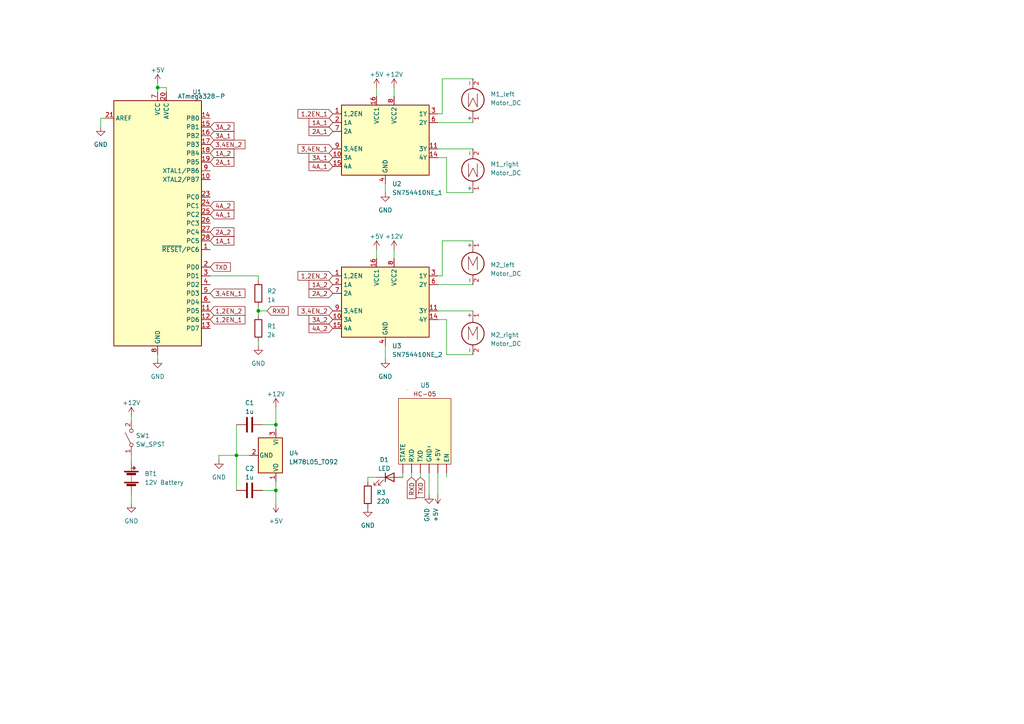
<source format=kicad_sch>
(kicad_sch (version 20230121) (generator eeschema)
  (paper "A4")
  (lib_symbols
    (symbol "Device:Battery" (pin_numbers hide) (pin_names (offset 0) hide)
      (property "Reference" "BT" (at 2.54 2.54 0))
      (property "Value" "Battery" (at 2.54 0 0))
      (symbol "Battery_0_1"
        (rectangle (start -2.032 -1.397) (end 2.032 -1.651) (fill (type outline)))
        (rectangle (start -2.032 1.778) (end 2.032 1.524) (fill (type outline)))
        (rectangle (start -1.3208 -1.9812) (end 1.27 -2.4892) (fill (type outline)))
        (rectangle (start -1.3208 1.1938) (end 1.27 0.6858) (fill (type outline)))
        (polyline (pts (xy 0 -1.524) (xy 0 -1.27)))
        (polyline (pts (xy 0 -1.016) (xy 0 -0.762)))
        (polyline (pts (xy 0 -0.508) (xy 0 -0.254)))
        (polyline (pts (xy 0 0) (xy 0 0.254)))
        (polyline (pts (xy 0 0.508) (xy 0 0.762)))
        (polyline (pts (xy 0 1.778) (xy 0 2.54)))
        (polyline (pts (xy 0.254 2.667) (xy 1.27 2.667)) (stroke (width 0.254)))
        (polyline (pts (xy 0.762 3.175) (xy 0.762 2.159)) (stroke (width 0.254)))
      )
      (symbol "Battery_1_1"
        (pin passive line (at 0 5.08 270) (length 2.54) (name "+") (number "1"))
        (pin passive line (at 0 -5.08 90) (length 2.54) (name "-") (number "2"))
      )
    )
    (symbol "Device:C" (pin_numbers hide) (pin_names (offset 0.254))
      (property "Reference" "C" (at 0.635 2.54 0))
      (property "Value" "C" (at 0.635 -2.54 0))
      (symbol "C_0_1"
        (polyline (pts (xy -2.032 -0.762) (xy 2.032 -0.762)) (stroke (width 0.508)))
        (polyline (pts (xy -2.032 0.762) (xy 2.032 0.762)) (stroke (width 0.508)))
      )
      (symbol "C_1_1"
        (pin passive line (at 0 3.81 270) (length 2.794) (name "~") (number "1"))
        (pin passive line (at 0 -3.81 90) (length 2.794) (name "~") (number "2"))
      )
    )
    (symbol "Device:LED" (pin_numbers hide) (pin_names (offset 1.016) hide)
      (property "Reference" "D" (at 0 2.54 0))
      (property "Value" "LED" (at 0 -2.54 0))
      (symbol "LED_0_1"
        (polyline (pts (xy -1.27 -1.27) (xy -1.27 1.27)) (stroke (width 0.254)))
        (polyline (pts (xy -1.27 0) (xy 1.27 0)))
        (polyline (pts (xy 1.27 -1.27) (xy 1.27 1.27) (xy -1.27 0) (xy 1.27 -1.27)) (stroke (width 0.254)))
        (polyline (pts (xy -3.048 -0.762) (xy -4.572 -2.286) (xy -3.81 -2.286) (xy -4.572 -2.286) (xy -4.572 -1.524)))
        (polyline (pts (xy -1.778 -0.762) (xy -3.302 -2.286) (xy -2.54 -2.286) (xy -3.302 -2.286) (xy -3.302 -1.524)))
      )
      (symbol "LED_1_1"
        (pin passive line (at -3.81 0 0) (length 2.54) (name "K") (number "1"))
        (pin passive line (at 3.81 0 180) (length 2.54) (name "A") (number "2"))
      )
    )
    (symbol "Device:R" (pin_numbers hide) (pin_names (offset 0))
      (property "Reference" "R" (at 2.032 0 90))
      (property "Value" "R" (at 0 0 90))
      (symbol "R_0_1"
        (rectangle (start -1.016 -2.54) (end 1.016 2.54) (stroke (width 0.254)))
      )
      (symbol "R_1_1"
        (pin passive line (at 0 3.81 270) (length 1.27) (name "~") (number "1"))
        (pin passive line (at 0 -3.81 90) (length 1.27) (name "~") (number "2"))
      )
    )
    (symbol "Driver_Motor:SN754410NE"
      (property "Reference" "U" (at -10.16 17.78 0))
      (property "Value" "SN754410NE" (at -7.62 15.24 0))
      (symbol "SN754410NE_0_1"
        (rectangle (start -12.7 10.16) (end 12.7 -10.16) (stroke (width 0.254)) (fill (type background)))
      )
      (symbol "SN754410NE_1_1"
        (pin input line (at -15.24 7.62 0) (length 2.54) (name "1,2EN") (number "1"))
        (pin input line (at -15.24 -5.08 0) (length 2.54) (name "3A") (number "10"))
        (pin output line (at 15.24 -2.54 180) (length 2.54) (name "3Y") (number "11"))
        (pin passive line (at 0 -12.7 90) (length 2.54) hide (name "GND") (number "12"))
        (pin passive line (at 0 -12.7 90) (length 2.54) hide (name "GND") (number "13"))
        (pin output line (at 15.24 -5.08 180) (length 2.54) (name "4Y") (number "14"))
        (pin input line (at -15.24 -7.62 0) (length 2.54) (name "4A") (number "15"))
        (pin power_in line (at -2.54 12.7 270) (length 2.54) (name "VCC1") (number "16"))
        (pin input line (at -15.24 5.08 0) (length 2.54) (name "1A") (number "2"))
        (pin output line (at 15.24 7.62 180) (length 2.54) (name "1Y") (number "3"))
        (pin power_in line (at 0 -12.7 90) (length 2.54) (name "GND") (number "4"))
        (pin passive line (at 0 -12.7 90) (length 2.54) hide (name "GND") (number "5"))
        (pin output line (at 15.24 5.08 180) (length 2.54) (name "2Y") (number "6"))
        (pin input line (at -15.24 2.54 0) (length 2.54) (name "2A") (number "7"))
        (pin power_in line (at 2.54 12.7 270) (length 2.54) (name "VCC2") (number "8"))
        (pin input line (at -15.24 -2.54 0) (length 2.54) (name "3,4EN") (number "9"))
      )
    )
    (symbol "MCU_Microchip_ATmega:ATmega328-P"
      (property "Reference" "U" (at -12.7 36.83 0))
      (property "Value" "ATmega328-P" (at 2.54 -36.83 0))
      (symbol "ATmega328-P_0_1"
        (rectangle (start -12.7 -35.56) (end 12.7 35.56) (stroke (width 0.254)) (fill (type background)))
      )
      (symbol "ATmega328-P_1_1"
        (pin bidirectional line (at 15.24 -7.62 180) (length 2.54) (name "~{RESET}/PC6") (number "1"))
        (pin bidirectional line (at 15.24 12.7 180) (length 2.54) (name "XTAL2/PB7") (number "10"))
        (pin bidirectional line (at 15.24 -25.4 180) (length 2.54) (name "PD5") (number "11"))
        (pin bidirectional line (at 15.24 -27.94 180) (length 2.54) (name "PD6") (number "12"))
        (pin bidirectional line (at 15.24 -30.48 180) (length 2.54) (name "PD7") (number "13"))
        (pin bidirectional line (at 15.24 30.48 180) (length 2.54) (name "PB0") (number "14"))
        (pin bidirectional line (at 15.24 27.94 180) (length 2.54) (name "PB1") (number "15"))
        (pin bidirectional line (at 15.24 25.4 180) (length 2.54) (name "PB2") (number "16"))
        (pin bidirectional line (at 15.24 22.86 180) (length 2.54) (name "PB3") (number "17"))
        (pin bidirectional line (at 15.24 20.32 180) (length 2.54) (name "PB4") (number "18"))
        (pin bidirectional line (at 15.24 17.78 180) (length 2.54) (name "PB5") (number "19"))
        (pin bidirectional line (at 15.24 -12.7 180) (length 2.54) (name "PD0") (number "2"))
        (pin power_in line (at 2.54 38.1 270) (length 2.54) (name "AVCC") (number "20"))
        (pin passive line (at -15.24 30.48 0) (length 2.54) (name "AREF") (number "21"))
        (pin passive line (at 0 -38.1 90) (length 2.54) hide (name "GND") (number "22"))
        (pin bidirectional line (at 15.24 7.62 180) (length 2.54) (name "PC0") (number "23"))
        (pin bidirectional line (at 15.24 5.08 180) (length 2.54) (name "PC1") (number "24"))
        (pin bidirectional line (at 15.24 2.54 180) (length 2.54) (name "PC2") (number "25"))
        (pin bidirectional line (at 15.24 0 180) (length 2.54) (name "PC3") (number "26"))
        (pin bidirectional line (at 15.24 -2.54 180) (length 2.54) (name "PC4") (number "27"))
        (pin bidirectional line (at 15.24 -5.08 180) (length 2.54) (name "PC5") (number "28"))
        (pin bidirectional line (at 15.24 -15.24 180) (length 2.54) (name "PD1") (number "3"))
        (pin bidirectional line (at 15.24 -17.78 180) (length 2.54) (name "PD2") (number "4"))
        (pin bidirectional line (at 15.24 -20.32 180) (length 2.54) (name "PD3") (number "5"))
        (pin bidirectional line (at 15.24 -22.86 180) (length 2.54) (name "PD4") (number "6"))
        (pin power_in line (at 0 38.1 270) (length 2.54) (name "VCC") (number "7"))
        (pin power_in line (at 0 -38.1 90) (length 2.54) (name "GND") (number "8"))
        (pin bidirectional line (at 15.24 15.24 180) (length 2.54) (name "XTAL1/PB6") (number "9"))
      )
    )
    (symbol "Motor:Motor_DC" (pin_names (offset 0))
      (property "Reference" "M" (at 2.54 2.54 0))
      (property "Value" "Motor_DC" (at 2.54 -5.08 0))
      (symbol "Motor_DC_0_0"
        (polyline (pts (xy -1.27 -3.302) (xy -1.27 0.508) (xy 0 -2.032) (xy 1.27 0.508) (xy 1.27 -3.302)))
      )
      (symbol "Motor_DC_0_1"
        (circle (center 0 -1.524) (radius 3.2512) (stroke (width 0.254)))
        (polyline (pts (xy 0 -7.62) (xy 0 -7.112)))
        (polyline (pts (xy 0 -4.7752) (xy 0 -5.1816)))
        (polyline (pts (xy 0 1.7272) (xy 0 2.0828)))
        (polyline (pts (xy 0 2.032) (xy 0 2.54)))
      )
      (symbol "Motor_DC_1_1"
        (pin passive line (at 0 5.08 270) (length 2.54) (name "+") (number "1"))
        (pin passive line (at 0 -7.62 90) (length 2.54) (name "-") (number "2"))
      )
    )
    (symbol "New_Library:HC-05"
      (property "Reference" "U" (at 0 17.78 0))
      (symbol "HC-05_0_1"
        (rectangle (start -5.08 16.51) (end -5.08 16.51))
      )
      (symbol "HC-05_1_1"
        (rectangle (start -7.62 13.97) (end 7.62 -5.08) (fill (type background)))
        (text "HC-05" (at 0 15.24 0) (effects (font (size 1.27 1.27))))
        (pin input line (at 3.81 -7.62 90) (length 2.54) (name "+5V") (number ""))
        (pin input line (at 6.35 -7.62 90) (length 2.54) (name "EN") (number ""))
        (pin input line (at 1.27 -7.62 90) (length 2.54) (name "GND") (number ""))
        (pin input line (at -3.81 -7.62 90) (length 2.54) (name "RXD") (number ""))
        (pin input line (at -6.35 -7.62 90) (length 2.54) (name "STATE") (number ""))
        (pin input line (at -1.27 -7.62 90) (length 2.54) (name "TXD") (number ""))
      )
    )
    (symbol "Regulator_Linear:LM78L05_TO92" (pin_names (offset 0.254))
      (property "Reference" "U" (at -3.81 3.175 0))
      (property "Value" "LM78L05_TO92" (at 0 3.175 0))
      (symbol "LM78L05_TO92_0_1"
        (rectangle (start -5.08 -5.08) (end 5.08 1.905) (stroke (width 0.254)) (fill (type background)))
      )
      (symbol "LM78L05_TO92_1_1"
        (pin power_out line (at 7.62 0 180) (length 2.54) (name "VO") (number "1"))
        (pin power_in line (at 0 -7.62 90) (length 2.54) (name "GND") (number "2"))
        (pin power_in line (at -7.62 0 0) (length 2.54) (name "VI") (number "3"))
      )
    )
    (symbol "Switch:SW_SPST" (pin_names (offset 0) hide)
      (property "Reference" "SW" (at 0 3.175 0))
      (property "Value" "SW_SPST" (at 0 -2.54 0))
      (symbol "SW_SPST_0_0"
        (circle (center -2.032 0) (radius 0.508))
        (polyline (pts (xy -1.524 0.254) (xy 1.524 1.778)))
        (circle (center 2.032 0) (radius 0.508))
      )
      (symbol "SW_SPST_1_1"
        (pin passive line (at -5.08 0 0) (length 2.54) (name "A") (number "1"))
        (pin passive line (at 5.08 0 180) (length 2.54) (name "B") (number "2"))
      )
    )
    (symbol "power:+12V" (power) (pin_names (offset 0))
      (property "Value" "+12V" (at 0 3.556 0))
      (symbol "+12V_0_1"
        (polyline (pts (xy -0.762 1.27) (xy 0 2.54)))
        (polyline (pts (xy 0 0) (xy 0 2.54)))
        (polyline (pts (xy 0 2.54) (xy 0.762 1.27)))
      )
      (symbol "+12V_1_1"
        (pin power_in line (at 0 0 90) (length 0) hide (name "+12V") (number "1"))
      )
    )
    (symbol "power:+5V" (power) (pin_names (offset 0))
      (property "Value" "+5V" (at 0 3.556 0))
      (symbol "+5V_0_1"
        (polyline (pts (xy -0.762 1.27) (xy 0 2.54)))
        (polyline (pts (xy 0 0) (xy 0 2.54)))
        (polyline (pts (xy 0 2.54) (xy 0.762 1.27)))
      )
      (symbol "+5V_1_1"
        (pin power_in line (at 0 0 90) (length 0) hide (name "+5V") (number "1"))
      )
    )
    (symbol "power:GND" (power) (pin_names (offset 0))
      (property "Value" "GND" (at 0 -3.81 0))
      (symbol "GND_0_1"
        (polyline (pts (xy 0 0) (xy 0 -1.27) (xy 1.27 -1.27) (xy 0 -2.54) (xy -1.27 -1.27) (xy 0 -1.27)))
      )
      (symbol "GND_1_1"
        (pin power_in line (at 0 0 270) (length 0) hide (name "GND") (number "1"))
      )
    )
  )
  (junction (at 80.01 142.24))
  (junction (at 74.93 90.17))
  (junction (at 80.01 123.19))
  (junction (at 68.58 132.08))
  (junction (at 45.72 25.4))
  (wire (pts (xy 124.46 143.51) (xy 124.46 137.16)))
  (wire (pts (xy 74.93 90.17) (xy 74.93 91.44)))
  (wire (pts (xy 114.3 72.39) (xy 114.3 74.93)))
  (wire (pts (xy 128.27 69.85) (xy 137.16 69.85)))
  (wire (pts (xy 68.58 132.08) (xy 68.58 142.24)))
  (wire (pts (xy 127 143.51) (xy 127 137.16)))
  (wire (pts (xy 74.93 88.9) (xy 74.93 90.17)))
  (wire (pts (xy 76.2 142.24) (xy 80.01 142.24)))
  (wire (pts (xy 80.01 123.19) (xy 80.01 124.46)))
  (wire (pts (xy 127 82.55) (xy 137.16 82.55)))
  (wire (pts (xy 111.76 53.34) (xy 111.76 55.88)))
  (wire (pts (xy 29.21 36.83) (xy 29.21 34.29)))
  (wire (pts (xy 106.68 138.43) (xy 109.22 138.43)))
  (wire (pts (xy 111.76 100.33) (xy 111.76 104.14)))
  (wire (pts (xy 127 90.17) (xy 137.16 90.17)))
  (wire (pts (xy 114.3 25.4) (xy 114.3 27.94)))
  (wire (pts (xy 48.26 25.4) (xy 48.26 26.67)))
  (wire (pts (xy 129.54 138.43) (xy 129.54 137.16)))
  (wire (pts (xy 119.38 138.43) (xy 119.38 137.16)))
  (wire (pts (xy 129.54 102.87) (xy 137.16 102.87)))
  (wire (pts (xy 127 33.02) (xy 128.27 33.02)))
  (wire (pts (xy 74.93 90.17) (xy 77.47 90.17)))
  (wire (pts (xy 68.58 132.08) (xy 72.39 132.08)))
  (wire (pts (xy 129.54 45.72) (xy 129.54 55.88)))
  (wire (pts (xy 127 45.72) (xy 129.54 45.72)))
  (wire (pts (xy 121.92 138.43) (xy 121.92 137.16)))
  (wire (pts (xy 76.2 123.19) (xy 80.01 123.19)))
  (wire (pts (xy 63.5 132.08) (xy 68.58 132.08)))
  (wire (pts (xy 74.93 99.06) (xy 74.93 100.33)))
  (wire (pts (xy 129.54 55.88) (xy 137.16 55.88)))
  (wire (pts (xy 128.27 33.02) (xy 128.27 22.86)))
  (wire (pts (xy 45.72 102.87) (xy 45.72 104.14)))
  (wire (pts (xy 45.72 24.13) (xy 45.72 25.4)))
  (wire (pts (xy 127 35.56) (xy 137.16 35.56)))
  (wire (pts (xy 80.01 139.7) (xy 80.01 142.24)))
  (wire (pts (xy 74.93 80.01) (xy 60.96 80.01)))
  (wire (pts (xy 29.21 34.29) (xy 30.48 34.29)))
  (wire (pts (xy 80.01 142.24) (xy 80.01 146.05)))
  (wire (pts (xy 109.22 72.39) (xy 109.22 74.93)))
  (wire (pts (xy 45.72 25.4) (xy 45.72 26.67)))
  (wire (pts (xy 116.84 137.16) (xy 116.84 138.43)))
  (wire (pts (xy 68.58 123.19) (xy 68.58 132.08)))
  (wire (pts (xy 127 80.01) (xy 128.27 80.01)))
  (wire (pts (xy 127 92.71) (xy 129.54 92.71)))
  (wire (pts (xy 106.68 139.7) (xy 106.68 138.43)))
  (wire (pts (xy 127 43.18) (xy 137.16 43.18)))
  (wire (pts (xy 74.93 80.01) (xy 74.93 81.28)))
  (wire (pts (xy 129.54 92.71) (xy 129.54 102.87)))
  (wire (pts (xy 63.5 133.35) (xy 63.5 132.08)))
  (wire (pts (xy 38.1 143.51) (xy 38.1 146.05)))
  (wire (pts (xy 38.1 120.65) (xy 38.1 121.92)))
  (wire (pts (xy 80.01 118.11) (xy 80.01 123.19)))
  (wire (pts (xy 109.22 25.4) (xy 109.22 27.94)))
  (wire (pts (xy 128.27 22.86) (xy 137.16 22.86)))
  (wire (pts (xy 45.72 25.4) (xy 48.26 25.4)))
  (wire (pts (xy 128.27 80.01) (xy 128.27 69.85)))
  (wire (pts (xy 38.1 133.35) (xy 38.1 132.08)))
  (global_label "TXD" (shape input) (at 121.92 138.43 270) (property "Intersheetrefs" "${INTERSHEET_REFS}" (effects hide)))
  (global_label "3A_2" (shape input) (at 96.52 92.71 180) (property "Intersheetrefs" "${INTERSHEET_REFS}" (effects hide)))
  (global_label "1A_2" (shape input) (at 96.52 82.55 180) (property "Intersheetrefs" "${INTERSHEET_REFS}" (effects hide)))
  (global_label "4A_1" (shape input) (at 60.96 62.23 0) (property "Intersheetrefs" "${INTERSHEET_REFS}" (effects hide)))
  (global_label "2A_2" (shape input) (at 60.96 67.31 0) (property "Intersheetrefs" "${INTERSHEET_REFS}" (effects hide)))
  (global_label "1,2EN_2" (shape input) (at 60.96 90.17 0) (property "Intersheetrefs" "${INTERSHEET_REFS}" (effects hide)))
  (global_label "3,4EN_1" (shape input) (at 60.96 85.09 0) (property "Intersheetrefs" "${INTERSHEET_REFS}" (effects hide)))
  (global_label "1A_1" (shape input) (at 60.96 69.85 0) (property "Intersheetrefs" "${INTERSHEET_REFS}" (effects hide)))
  (global_label "3,4EN_2" (shape input) (at 96.52 90.17 180) (property "Intersheetrefs" "${INTERSHEET_REFS}" (effects hide)))
  (global_label "RXD" (shape input) (at 119.38 138.43 270) (property "Intersheetrefs" "${INTERSHEET_REFS}" (effects hide)))
  (global_label "TXD" (shape input) (at 60.96 77.47 0) (property "Intersheetrefs" "${INTERSHEET_REFS}" (effects hide)))
  (global_label "3,4EN_2" (shape input) (at 60.96 41.91 0) (property "Intersheetrefs" "${INTERSHEET_REFS}" (effects hide)))
  (global_label "RXD" (shape input) (at 77.47 90.17 0) (property "Intersheetrefs" "${INTERSHEET_REFS}" (effects hide)))
  (global_label "1,2EN_2" (shape input) (at 96.52 80.01 180) (property "Intersheetrefs" "${INTERSHEET_REFS}" (effects hide)))
  (global_label "3,4EN_1" (shape input) (at 96.52 43.18 180) (property "Intersheetrefs" "${INTERSHEET_REFS}" (effects hide)))
  (global_label "1A_2" (shape input) (at 60.96 44.45 0) (property "Intersheetrefs" "${INTERSHEET_REFS}" (effects hide)))
  (global_label "3A_1" (shape input) (at 96.52 45.72 180) (property "Intersheetrefs" "${INTERSHEET_REFS}" (effects hide)))
  (global_label "2A_2" (shape input) (at 96.52 85.09 180) (property "Intersheetrefs" "${INTERSHEET_REFS}" (effects hide)))
  (global_label "1,2EN_1" (shape input) (at 60.96 92.71 0) (property "Intersheetrefs" "${INTERSHEET_REFS}" (effects hide)))
  (global_label "3A_2" (shape input) (at 60.96 36.83 0) (property "Intersheetrefs" "${INTERSHEET_REFS}" (effects hide)))
  (global_label "3A_1" (shape input) (at 60.96 39.37 0) (property "Intersheetrefs" "${INTERSHEET_REFS}" (effects hide)))
  (global_label "4A_2" (shape input) (at 96.52 95.25 180) (property "Intersheetrefs" "${INTERSHEET_REFS}" (effects hide)))
  (global_label "4A_1" (shape input) (at 96.52 48.26 180) (property "Intersheetrefs" "${INTERSHEET_REFS}" (effects hide)))
  (global_label "1A_1" (shape input) (at 96.52 35.56 180) (property "Intersheetrefs" "${INTERSHEET_REFS}" (effects hide)))
  (global_label "1,2EN_1" (shape input) (at 96.52 33.02 180) (property "Intersheetrefs" "${INTERSHEET_REFS}" (effects hide)))
  (global_label "2A_1" (shape input) (at 96.52 38.1 180) (property "Intersheetrefs" "${INTERSHEET_REFS}" (effects hide)))
  (global_label "4A_2" (shape input) (at 60.96 59.69 0) (property "Intersheetrefs" "${INTERSHEET_REFS}" (effects hide)))
  (global_label "2A_1" (shape input) (at 60.96 46.99 0) (property "Intersheetrefs" "${INTERSHEET_REFS}" (effects hide)))
  (symbol (lib_id "Driver_Motor:SN754410NE") (at 111.76 40.64 0) (unit 1)
    (property "Reference" "U2" (at 113.7159 53.34 0) (effects (justify left)))
    (property "Value" "SN754410NE_1" (at 113.7159 55.88 0) (effects (justify left)))
    (property "Footprint" "Package_DIP:DIP-16_W7.62mm" (effects hide))
    (property "Datasheet" "https://www.ti.com/lit/ds/symlink/sn754410.pdf" (effects hide))
  )
  (symbol (lib_id "power:+12V") (at 114.3 72.39 0) (unit 1)
    (property "Reference" "#PWR014" (effects hide))
    (property "Value" "+12V" (at 114.3 68.58 0))
  )
  (symbol (lib_id "power:GND") (at 38.1 146.05 0) (unit 1)
    (property "Reference" "#PWR04" (effects hide))
    (property "Value" "GND" (at 38.1 151.13 0))
  )
  (symbol (lib_id "power:+5V") (at 109.22 72.39 0) (unit 1)
    (property "Reference" "#PWR012" (effects hide))
    (property "Value" "+5V" (at 109.22 68.58 0))
  )
  (symbol (lib_id "Motor:Motor_DC") (at 137.16 30.48 180) (unit 1)
    (property "Reference" "M1_left" (at 142.24 27.305 0) (effects (justify right)))
    (property "Value" "Motor_DC" (at 142.24 29.845 0) (effects (justify right)))
  )
  (symbol (lib_id "power:GND") (at 111.76 104.14 0) (unit 1)
    (property "Reference" "#PWR013" (effects hide))
    (property "Value" "GND" (at 111.76 109.22 0))
  )
  (symbol (lib_id "power:GND") (at 111.76 55.88 0) (unit 1)
    (property "Reference" "#PWR011" (effects hide))
    (property "Value" "GND" (at 111.76 60.96 0))
  )
  (symbol (lib_id "Motor:Motor_DC") (at 137.16 74.93 0) (unit 1)
    (property "Reference" "M2_left" (at 142.24 76.835 0) (effects (justify left)))
    (property "Value" "Motor_DC" (at 142.24 79.375 0) (effects (justify left)))
  )
  (symbol (lib_id "power:+12V") (at 80.01 118.11 0) (unit 1)
    (property "Reference" "#PWR06" (effects hide))
    (property "Value" "+12V" (at 80.01 114.3 0))
  )
  (symbol (lib_id "power:+5V") (at 80.01 146.05 180) (unit 1)
    (property "Reference" "#PWR01" (effects hide))
    (property "Value" "+5V" (at 80.01 151.13 0))
  )
  (symbol (lib_id "Device:R") (at 74.93 95.25 0) (unit 1)
    (property "Reference" "R1" (at 77.47 94.615 0) (effects (justify left)))
    (property "Value" "2k" (at 77.47 97.155 0) (effects (justify left)))
  )
  (symbol (lib_id "power:+5V") (at 127 143.51 180) (unit 1)
    (property "Reference" "#PWR015" (effects hide))
    (property "Value" "+5V" (at 126.365 147.32 90) (effects (justify left)))
  )
  (symbol (lib_id "Motor:Motor_DC") (at 137.16 50.8 180) (unit 1)
    (property "Reference" "M1_right" (at 142.24 47.625 0) (effects (justify right)))
    (property "Value" "Motor_DC" (at 142.24 50.165 0) (effects (justify right)))
  )
  (symbol (lib_id "power:GND") (at 124.46 143.51 0) (unit 1)
    (property "Reference" "#PWR016" (effects hide))
    (property "Value" "GND" (at 123.825 147.32 90) (effects (justify right)))
  )
  (symbol (lib_id "power:GND") (at 74.93 100.33 0) (unit 1)
    (property "Reference" "#PWR017" (effects hide))
    (property "Value" "GND" (at 74.93 105.41 0))
  )
  (symbol (lib_id "power:GND") (at 29.21 36.83 0) (unit 1)
    (property "Reference" "#PWR08" (effects hide))
    (property "Value" "GND" (at 29.21 41.91 0))
  )
  (symbol (lib_id "Motor:Motor_DC") (at 137.16 95.25 0) (unit 1)
    (property "Reference" "M2_right" (at 142.24 97.155 0) (effects (justify left)))
    (property "Value" "Motor_DC" (at 142.24 99.695 0) (effects (justify left)))
  )
  (symbol (lib_id "Device:LED") (at 113.03 138.43 0) (unit 1)
    (property "Reference" "D1" (at 111.4425 133.35 0))
    (property "Value" "LED" (at 111.4425 135.89 0))
  )
  (symbol (lib_id "power:+5V") (at 109.22 25.4 0) (unit 1)
    (property "Reference" "#PWR010" (effects hide))
    (property "Value" "+5V" (at 109.22 21.59 0))
  )
  (symbol (lib_id "Device:R") (at 74.93 85.09 0) (unit 1)
    (property "Reference" "R2" (at 77.47 84.455 0) (effects (justify left)))
    (property "Value" "1k" (at 77.47 86.995 0) (effects (justify left)))
  )
  (symbol (lib_id "power:GND") (at 63.5 133.35 0) (unit 1)
    (property "Reference" "#PWR05" (effects hide))
    (property "Value" "GND" (at 63.5 138.43 0))
  )
  (symbol (lib_id "Device:C") (at 72.39 123.19 90) (unit 1)
    (property "Reference" "C1" (at 72.39 116.84 90))
    (property "Value" "1u" (at 72.39 119.38 90))
  )
  (symbol (lib_id "power:+12V") (at 114.3 25.4 0) (unit 1)
    (property "Reference" "#PWR09" (effects hide))
    (property "Value" "+12V" (at 114.3 21.59 0))
  )
  (symbol (lib_id "power:+5V") (at 45.72 24.13 0) (unit 1)
    (property "Reference" "#PWR02" (effects hide))
    (property "Value" "+5V" (at 45.72 20.32 0))
  )
  (symbol (lib_id "power:GND") (at 106.68 147.32 0) (unit 1)
    (property "Reference" "#PWR018" (effects hide))
    (property "Value" "GND" (at 106.68 152.4 0))
  )
  (symbol (lib_id "Driver_Motor:SN754410NE") (at 111.76 87.63 0) (unit 1)
    (property "Reference" "U3" (at 113.7159 100.33 0) (effects (justify left)))
    (property "Value" "SN754410NE_2" (at 113.7159 102.87 0) (effects (justify left)))
    (property "Footprint" "Package_DIP:DIP-16_W7.62mm" (effects hide))
    (property "Datasheet" "https://www.ti.com/lit/ds/symlink/sn754410.pdf" (effects hide))
  )
  (symbol (lib_id "New_Library:HC-05") (at 123.19 129.54 0) (unit 1)
    (property "Reference" "U5" (at 121.92 111.76 0) (effects (justify left)))
    (property "Value" "~" (at 124.46 129.54 0))
  )
  (symbol (lib_id "Regulator_Linear:LM78L05_TO92") (at 80.01 132.08 270) (unit 1)
    (property "Reference" "U4" (at 83.82 131.445 90) (effects (justify left)))
    (property "Value" "LM78L05_TO92" (at 83.82 133.985 90) (effects (justify left)))
    (property "Footprint" "Package_TO_SOT_THT:TO-92_Inline" (effects hide))
    (property "Datasheet" "https://www.onsemi.com/pub/Collateral/MC78L06A-D.pdf" (effects hide))
  )
  (symbol (lib_id "Switch:SW_SPST") (at 38.1 127 90) (unit 1)
    (property "Reference" "SW1" (at 39.37 126.365 90) (effects (justify right)))
    (property "Value" "SW_SPST" (at 39.37 128.905 90) (effects (justify right)))
  )
  (symbol (lib_id "Device:R") (at 106.68 143.51 0) (unit 1)
    (property "Reference" "R3" (at 109.22 142.875 0) (effects (justify left)))
    (property "Value" "220" (at 109.22 145.415 0) (effects (justify left)))
  )
  (symbol (lib_id "power:GND") (at 45.72 104.14 0) (unit 1)
    (property "Reference" "#PWR07" (effects hide))
    (property "Value" "GND" (at 45.72 109.22 0))
  )
  (symbol (lib_id "Device:Battery") (at 38.1 138.43 0) (unit 1)
    (property "Reference" "BT1" (at 41.91 137.414 0) (effects (justify left)))
    (property "Value" "12V Battery" (at 41.91 139.954 0) (effects (justify left)))
  )
  (symbol (lib_id "power:+12V") (at 38.1 120.65 0) (unit 1)
    (property "Reference" "#PWR03" (effects hide))
    (property "Value" "+12V" (at 38.1 116.84 0))
  )
  (symbol (lib_id "Device:C") (at 72.39 142.24 90) (unit 1)
    (property "Reference" "C2" (at 72.39 135.89 90))
    (property "Value" "1u" (at 72.39 138.43 90))
  )
  (symbol (lib_id "MCU_Microchip_ATmega:ATmega328-P") (at 45.72 64.77 0) (unit 1)
    (property "Reference" "U1" (at 57.15 26.67 0))
    (property "Value" "ATmega328-P" (at 58.42 27.94 0))
    (property "Footprint" "Package_DIP:DIP-28_W7.62mm" (effects hide))
    (property "Datasheet" "http://ww1.microchip.com/downloads/en/DeviceDoc/ATmega328_P%20AVR%20MCU%20with%20picoPower%20Technology%20Data%20Sheet%2040001984A.pdf" (effects hide))
  )
)
</source>
